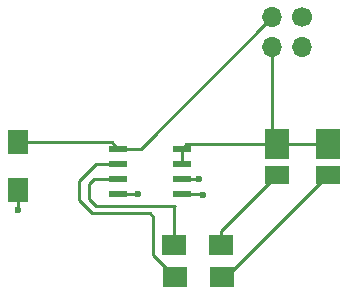
<source format=gbr>
G04 #@! TF.FileFunction,Copper,L1,Top,Signal*
%FSLAX46Y46*%
G04 Gerber Fmt 4.6, Leading zero omitted, Abs format (unit mm)*
G04 Created by KiCad (PCBNEW 4.0.7) date Sunday, July 22, 2018 'PMt' 03:07:14 PM*
%MOMM*%
%LPD*%
G01*
G04 APERTURE LIST*
%ADD10C,0.100000*%
%ADD11C,1.700000*%
%ADD12O,1.700000X1.700000*%
%ADD13R,2.100000X2.500000*%
%ADD14R,2.100000X1.500000*%
%ADD15R,2.000000X1.700000*%
%ADD16R,1.700000X2.000000*%
%ADD17R,1.550000X0.600000*%
%ADD18C,0.600000*%
%ADD19C,0.250000*%
G04 APERTURE END LIST*
D10*
D11*
X208864200Y-73441560D03*
D12*
X208864200Y-75981560D03*
X206324200Y-73441560D03*
X206324200Y-75981560D03*
D13*
X206695040Y-84191800D03*
D14*
X206695040Y-86851800D03*
D13*
X211023200Y-84166400D03*
D14*
X211023200Y-86826400D03*
D15*
X202025000Y-92735400D03*
X198025000Y-92735400D03*
X202101200Y-95443040D03*
X198101200Y-95443040D03*
D16*
X184825640Y-84055200D03*
X184825640Y-88055200D03*
D17*
X193261000Y-84582000D03*
X193261000Y-85852000D03*
X193261000Y-87122000D03*
X193261000Y-88392000D03*
X198661000Y-88392000D03*
X198661000Y-87122000D03*
X198661000Y-85852000D03*
X198661000Y-84582000D03*
D18*
X200162160Y-87116920D03*
X184795160Y-89743280D03*
X194965320Y-88402160D03*
X200446640Y-88468200D03*
D19*
X206324200Y-75981560D02*
X206324200Y-83820960D01*
X206324200Y-83820960D02*
X206695040Y-84191800D01*
X206491840Y-83988600D02*
X206695040Y-84191800D01*
X206695040Y-84191800D02*
X199051200Y-84191800D01*
X199051200Y-84191800D02*
X198661000Y-84582000D01*
X198661000Y-85852000D02*
X198661000Y-84582000D01*
X198661000Y-84582000D02*
X199051200Y-84191800D01*
X199051200Y-84191800D02*
X210997800Y-84191800D01*
X210997800Y-84191800D02*
X211023200Y-84166400D01*
X202025000Y-92735400D02*
X202025000Y-91521840D01*
X202025000Y-91521840D02*
X206695040Y-86851800D01*
X202101200Y-95443040D02*
X202406560Y-95443040D01*
X202406560Y-95443040D02*
X211023200Y-86826400D01*
X193261000Y-87122000D02*
X191201040Y-87122000D01*
X198025000Y-89518240D02*
X198025000Y-92735400D01*
X198120000Y-89423240D02*
X198025000Y-89518240D01*
X191378840Y-89423240D02*
X198120000Y-89423240D01*
X190769240Y-88813640D02*
X191378840Y-89423240D01*
X190769240Y-87553800D02*
X190769240Y-88813640D01*
X191201040Y-87122000D02*
X190769240Y-87553800D01*
X193261000Y-85852000D02*
X191404240Y-85852000D01*
X196255640Y-93597480D02*
X198101200Y-95443040D01*
X196255640Y-90373200D02*
X196255640Y-93597480D01*
X195950840Y-90068400D02*
X196255640Y-90373200D01*
X191033400Y-90068400D02*
X195950840Y-90068400D01*
X189931040Y-88966040D02*
X191033400Y-90068400D01*
X189931040Y-87325200D02*
X189931040Y-88966040D01*
X191404240Y-85852000D02*
X189931040Y-87325200D01*
X193261000Y-84582000D02*
X195183760Y-84582000D01*
X195183760Y-84582000D02*
X206324200Y-73441560D01*
X184825640Y-84055200D02*
X192734200Y-84055200D01*
X192734200Y-84055200D02*
X193261000Y-84582000D01*
X184825640Y-88055200D02*
X184825640Y-89712800D01*
X200157080Y-87122000D02*
X198661000Y-87122000D01*
X200162160Y-87116920D02*
X200157080Y-87122000D01*
X184825640Y-89712800D02*
X184795160Y-89743280D01*
X194955160Y-88392000D02*
X193261000Y-88392000D01*
X194965320Y-88402160D02*
X194955160Y-88392000D01*
X200370440Y-88392000D02*
X198661000Y-88392000D01*
X200446640Y-88468200D02*
X200370440Y-88392000D01*
M02*

</source>
